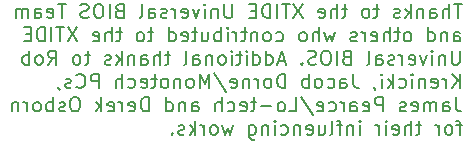
<source format=gbo>
%TF.GenerationSoftware,KiCad,Pcbnew,(5.1.9)-1*%
%TF.CreationDate,2021-10-08T09:35:20+08:00*%
%TF.ProjectId,CFSuperLite,43465375-7065-4724-9c69-74652e6b6963,rev?*%
%TF.SameCoordinates,Original*%
%TF.FileFunction,Legend,Bot*%
%TF.FilePolarity,Positive*%
%FSLAX46Y46*%
G04 Gerber Fmt 4.6, Leading zero omitted, Abs format (unit mm)*
G04 Created by KiCad (PCBNEW (5.1.9)-1) date 2021-10-08 09:35:20*
%MOMM*%
%LPD*%
G01*
G04 APERTURE LIST*
%ADD10C,0.175000*%
G04 APERTURE END LIST*
D10*
X139471964Y-102355357D02*
X138786250Y-102355357D01*
X139129107Y-103555357D02*
X139129107Y-102355357D01*
X138386250Y-103555357D02*
X138386250Y-102355357D01*
X137871964Y-103555357D02*
X137871964Y-102926785D01*
X137929107Y-102812500D01*
X138043392Y-102755357D01*
X138214821Y-102755357D01*
X138329107Y-102812500D01*
X138386250Y-102869642D01*
X136786250Y-103555357D02*
X136786250Y-102926785D01*
X136843392Y-102812500D01*
X136957678Y-102755357D01*
X137186250Y-102755357D01*
X137300535Y-102812500D01*
X136786250Y-103498214D02*
X136900535Y-103555357D01*
X137186250Y-103555357D01*
X137300535Y-103498214D01*
X137357678Y-103383928D01*
X137357678Y-103269642D01*
X137300535Y-103155357D01*
X137186250Y-103098214D01*
X136900535Y-103098214D01*
X136786250Y-103041071D01*
X136214821Y-102755357D02*
X136214821Y-103555357D01*
X136214821Y-102869642D02*
X136157678Y-102812500D01*
X136043392Y-102755357D01*
X135871964Y-102755357D01*
X135757678Y-102812500D01*
X135700535Y-102926785D01*
X135700535Y-103555357D01*
X135129107Y-103555357D02*
X135129107Y-102355357D01*
X135014821Y-103098214D02*
X134671964Y-103555357D01*
X134671964Y-102755357D02*
X135129107Y-103212500D01*
X134214821Y-103498214D02*
X134100535Y-103555357D01*
X133871964Y-103555357D01*
X133757678Y-103498214D01*
X133700535Y-103383928D01*
X133700535Y-103326785D01*
X133757678Y-103212500D01*
X133871964Y-103155357D01*
X134043392Y-103155357D01*
X134157678Y-103098214D01*
X134214821Y-102983928D01*
X134214821Y-102926785D01*
X134157678Y-102812500D01*
X134043392Y-102755357D01*
X133871964Y-102755357D01*
X133757678Y-102812500D01*
X132443392Y-102755357D02*
X131986250Y-102755357D01*
X132271964Y-102355357D02*
X132271964Y-103383928D01*
X132214821Y-103498214D01*
X132100535Y-103555357D01*
X131986250Y-103555357D01*
X131414821Y-103555357D02*
X131529107Y-103498214D01*
X131586250Y-103441071D01*
X131643392Y-103326785D01*
X131643392Y-102983928D01*
X131586250Y-102869642D01*
X131529107Y-102812500D01*
X131414821Y-102755357D01*
X131243392Y-102755357D01*
X131129107Y-102812500D01*
X131071964Y-102869642D01*
X131014821Y-102983928D01*
X131014821Y-103326785D01*
X131071964Y-103441071D01*
X131129107Y-103498214D01*
X131243392Y-103555357D01*
X131414821Y-103555357D01*
X129757678Y-102755357D02*
X129300535Y-102755357D01*
X129586250Y-102355357D02*
X129586250Y-103383928D01*
X129529107Y-103498214D01*
X129414821Y-103555357D01*
X129300535Y-103555357D01*
X128900535Y-103555357D02*
X128900535Y-102355357D01*
X128386250Y-103555357D02*
X128386250Y-102926785D01*
X128443392Y-102812500D01*
X128557678Y-102755357D01*
X128729107Y-102755357D01*
X128843392Y-102812500D01*
X128900535Y-102869642D01*
X127357678Y-103498214D02*
X127471964Y-103555357D01*
X127700535Y-103555357D01*
X127814821Y-103498214D01*
X127871964Y-103383928D01*
X127871964Y-102926785D01*
X127814821Y-102812500D01*
X127700535Y-102755357D01*
X127471964Y-102755357D01*
X127357678Y-102812500D01*
X127300535Y-102926785D01*
X127300535Y-103041071D01*
X127871964Y-103155357D01*
X125986250Y-102355357D02*
X125186250Y-103555357D01*
X125186250Y-102355357D02*
X125986250Y-103555357D01*
X124900535Y-102355357D02*
X124214821Y-102355357D01*
X124557678Y-103555357D02*
X124557678Y-102355357D01*
X123814821Y-103555357D02*
X123814821Y-102355357D01*
X123243392Y-103555357D02*
X123243392Y-102355357D01*
X122957678Y-102355357D01*
X122786250Y-102412500D01*
X122671964Y-102526785D01*
X122614821Y-102641071D01*
X122557678Y-102869642D01*
X122557678Y-103041071D01*
X122614821Y-103269642D01*
X122671964Y-103383928D01*
X122786250Y-103498214D01*
X122957678Y-103555357D01*
X123243392Y-103555357D01*
X122043392Y-102926785D02*
X121643392Y-102926785D01*
X121471964Y-103555357D02*
X122043392Y-103555357D01*
X122043392Y-102355357D01*
X121471964Y-102355357D01*
X120043392Y-102355357D02*
X120043392Y-103326785D01*
X119986250Y-103441071D01*
X119929107Y-103498214D01*
X119814821Y-103555357D01*
X119586250Y-103555357D01*
X119471964Y-103498214D01*
X119414821Y-103441071D01*
X119357678Y-103326785D01*
X119357678Y-102355357D01*
X118786250Y-102755357D02*
X118786250Y-103555357D01*
X118786250Y-102869642D02*
X118729107Y-102812500D01*
X118614821Y-102755357D01*
X118443392Y-102755357D01*
X118329107Y-102812500D01*
X118271964Y-102926785D01*
X118271964Y-103555357D01*
X117700535Y-103555357D02*
X117700535Y-102755357D01*
X117700535Y-102355357D02*
X117757678Y-102412500D01*
X117700535Y-102469642D01*
X117643392Y-102412500D01*
X117700535Y-102355357D01*
X117700535Y-102469642D01*
X117243392Y-102755357D02*
X116957678Y-103555357D01*
X116671964Y-102755357D01*
X115757678Y-103498214D02*
X115871964Y-103555357D01*
X116100535Y-103555357D01*
X116214821Y-103498214D01*
X116271964Y-103383928D01*
X116271964Y-102926785D01*
X116214821Y-102812500D01*
X116100535Y-102755357D01*
X115871964Y-102755357D01*
X115757678Y-102812500D01*
X115700535Y-102926785D01*
X115700535Y-103041071D01*
X116271964Y-103155357D01*
X115186250Y-103555357D02*
X115186250Y-102755357D01*
X115186250Y-102983928D02*
X115129107Y-102869642D01*
X115071964Y-102812500D01*
X114957678Y-102755357D01*
X114843392Y-102755357D01*
X114500535Y-103498214D02*
X114386250Y-103555357D01*
X114157678Y-103555357D01*
X114043392Y-103498214D01*
X113986250Y-103383928D01*
X113986250Y-103326785D01*
X114043392Y-103212500D01*
X114157678Y-103155357D01*
X114329107Y-103155357D01*
X114443392Y-103098214D01*
X114500535Y-102983928D01*
X114500535Y-102926785D01*
X114443392Y-102812500D01*
X114329107Y-102755357D01*
X114157678Y-102755357D01*
X114043392Y-102812500D01*
X112957678Y-103555357D02*
X112957678Y-102926785D01*
X113014821Y-102812500D01*
X113129107Y-102755357D01*
X113357678Y-102755357D01*
X113471964Y-102812500D01*
X112957678Y-103498214D02*
X113071964Y-103555357D01*
X113357678Y-103555357D01*
X113471964Y-103498214D01*
X113529107Y-103383928D01*
X113529107Y-103269642D01*
X113471964Y-103155357D01*
X113357678Y-103098214D01*
X113071964Y-103098214D01*
X112957678Y-103041071D01*
X112214821Y-103555357D02*
X112329107Y-103498214D01*
X112386250Y-103383928D01*
X112386250Y-102355357D01*
X110443392Y-102926785D02*
X110271964Y-102983928D01*
X110214821Y-103041071D01*
X110157678Y-103155357D01*
X110157678Y-103326785D01*
X110214821Y-103441071D01*
X110271964Y-103498214D01*
X110386250Y-103555357D01*
X110843392Y-103555357D01*
X110843392Y-102355357D01*
X110443392Y-102355357D01*
X110329107Y-102412500D01*
X110271964Y-102469642D01*
X110214821Y-102583928D01*
X110214821Y-102698214D01*
X110271964Y-102812500D01*
X110329107Y-102869642D01*
X110443392Y-102926785D01*
X110843392Y-102926785D01*
X109643392Y-103555357D02*
X109643392Y-102355357D01*
X108843392Y-102355357D02*
X108614821Y-102355357D01*
X108500535Y-102412500D01*
X108386250Y-102526785D01*
X108329107Y-102755357D01*
X108329107Y-103155357D01*
X108386250Y-103383928D01*
X108500535Y-103498214D01*
X108614821Y-103555357D01*
X108843392Y-103555357D01*
X108957678Y-103498214D01*
X109071964Y-103383928D01*
X109129107Y-103155357D01*
X109129107Y-102755357D01*
X109071964Y-102526785D01*
X108957678Y-102412500D01*
X108843392Y-102355357D01*
X107871964Y-103498214D02*
X107700535Y-103555357D01*
X107414821Y-103555357D01*
X107300535Y-103498214D01*
X107243392Y-103441071D01*
X107186250Y-103326785D01*
X107186250Y-103212500D01*
X107243392Y-103098214D01*
X107300535Y-103041071D01*
X107414821Y-102983928D01*
X107643392Y-102926785D01*
X107757678Y-102869642D01*
X107814821Y-102812500D01*
X107871964Y-102698214D01*
X107871964Y-102583928D01*
X107814821Y-102469642D01*
X107757678Y-102412500D01*
X107643392Y-102355357D01*
X107357678Y-102355357D01*
X107186250Y-102412500D01*
X105929107Y-102355357D02*
X105243392Y-102355357D01*
X105586250Y-103555357D02*
X105586250Y-102355357D01*
X104386250Y-103498214D02*
X104500535Y-103555357D01*
X104729107Y-103555357D01*
X104843392Y-103498214D01*
X104900535Y-103383928D01*
X104900535Y-102926785D01*
X104843392Y-102812500D01*
X104729107Y-102755357D01*
X104500535Y-102755357D01*
X104386250Y-102812500D01*
X104329107Y-102926785D01*
X104329107Y-103041071D01*
X104900535Y-103155357D01*
X103300535Y-103555357D02*
X103300535Y-102926785D01*
X103357678Y-102812500D01*
X103471964Y-102755357D01*
X103700535Y-102755357D01*
X103814821Y-102812500D01*
X103300535Y-103498214D02*
X103414821Y-103555357D01*
X103700535Y-103555357D01*
X103814821Y-103498214D01*
X103871964Y-103383928D01*
X103871964Y-103269642D01*
X103814821Y-103155357D01*
X103700535Y-103098214D01*
X103414821Y-103098214D01*
X103300535Y-103041071D01*
X102729107Y-103555357D02*
X102729107Y-102755357D01*
X102729107Y-102869642D02*
X102671964Y-102812500D01*
X102557678Y-102755357D01*
X102386250Y-102755357D01*
X102271964Y-102812500D01*
X102214821Y-102926785D01*
X102214821Y-103555357D01*
X102214821Y-102926785D02*
X102157678Y-102812500D01*
X102043392Y-102755357D01*
X101871964Y-102755357D01*
X101757678Y-102812500D01*
X101700535Y-102926785D01*
X101700535Y-103555357D01*
X138786250Y-105530357D02*
X138786250Y-104901785D01*
X138843392Y-104787500D01*
X138957678Y-104730357D01*
X139186250Y-104730357D01*
X139300535Y-104787500D01*
X138786250Y-105473214D02*
X138900535Y-105530357D01*
X139186250Y-105530357D01*
X139300535Y-105473214D01*
X139357678Y-105358928D01*
X139357678Y-105244642D01*
X139300535Y-105130357D01*
X139186250Y-105073214D01*
X138900535Y-105073214D01*
X138786250Y-105016071D01*
X138214821Y-104730357D02*
X138214821Y-105530357D01*
X138214821Y-104844642D02*
X138157678Y-104787500D01*
X138043392Y-104730357D01*
X137871964Y-104730357D01*
X137757678Y-104787500D01*
X137700535Y-104901785D01*
X137700535Y-105530357D01*
X136614821Y-105530357D02*
X136614821Y-104330357D01*
X136614821Y-105473214D02*
X136729107Y-105530357D01*
X136957678Y-105530357D01*
X137071964Y-105473214D01*
X137129107Y-105416071D01*
X137186250Y-105301785D01*
X137186250Y-104958928D01*
X137129107Y-104844642D01*
X137071964Y-104787500D01*
X136957678Y-104730357D01*
X136729107Y-104730357D01*
X136614821Y-104787500D01*
X134957678Y-105530357D02*
X135071964Y-105473214D01*
X135129107Y-105416071D01*
X135186250Y-105301785D01*
X135186250Y-104958928D01*
X135129107Y-104844642D01*
X135071964Y-104787500D01*
X134957678Y-104730357D01*
X134786250Y-104730357D01*
X134671964Y-104787500D01*
X134614821Y-104844642D01*
X134557678Y-104958928D01*
X134557678Y-105301785D01*
X134614821Y-105416071D01*
X134671964Y-105473214D01*
X134786250Y-105530357D01*
X134957678Y-105530357D01*
X134214821Y-104730357D02*
X133757678Y-104730357D01*
X134043392Y-104330357D02*
X134043392Y-105358928D01*
X133986250Y-105473214D01*
X133871964Y-105530357D01*
X133757678Y-105530357D01*
X133357678Y-105530357D02*
X133357678Y-104330357D01*
X132843392Y-105530357D02*
X132843392Y-104901785D01*
X132900535Y-104787500D01*
X133014821Y-104730357D01*
X133186250Y-104730357D01*
X133300535Y-104787500D01*
X133357678Y-104844642D01*
X131814821Y-105473214D02*
X131929107Y-105530357D01*
X132157678Y-105530357D01*
X132271964Y-105473214D01*
X132329107Y-105358928D01*
X132329107Y-104901785D01*
X132271964Y-104787500D01*
X132157678Y-104730357D01*
X131929107Y-104730357D01*
X131814821Y-104787500D01*
X131757678Y-104901785D01*
X131757678Y-105016071D01*
X132329107Y-105130357D01*
X131243392Y-105530357D02*
X131243392Y-104730357D01*
X131243392Y-104958928D02*
X131186250Y-104844642D01*
X131129107Y-104787500D01*
X131014821Y-104730357D01*
X130900535Y-104730357D01*
X130557678Y-105473214D02*
X130443392Y-105530357D01*
X130214821Y-105530357D01*
X130100535Y-105473214D01*
X130043392Y-105358928D01*
X130043392Y-105301785D01*
X130100535Y-105187500D01*
X130214821Y-105130357D01*
X130386250Y-105130357D01*
X130500535Y-105073214D01*
X130557678Y-104958928D01*
X130557678Y-104901785D01*
X130500535Y-104787500D01*
X130386250Y-104730357D01*
X130214821Y-104730357D01*
X130100535Y-104787500D01*
X128729107Y-104730357D02*
X128500535Y-105530357D01*
X128271964Y-104958928D01*
X128043392Y-105530357D01*
X127814821Y-104730357D01*
X127357678Y-105530357D02*
X127357678Y-104330357D01*
X126843392Y-105530357D02*
X126843392Y-104901785D01*
X126900535Y-104787500D01*
X127014821Y-104730357D01*
X127186250Y-104730357D01*
X127300535Y-104787500D01*
X127357678Y-104844642D01*
X126100535Y-105530357D02*
X126214821Y-105473214D01*
X126271964Y-105416071D01*
X126329107Y-105301785D01*
X126329107Y-104958928D01*
X126271964Y-104844642D01*
X126214821Y-104787500D01*
X126100535Y-104730357D01*
X125929107Y-104730357D01*
X125814821Y-104787500D01*
X125757678Y-104844642D01*
X125700535Y-104958928D01*
X125700535Y-105301785D01*
X125757678Y-105416071D01*
X125814821Y-105473214D01*
X125929107Y-105530357D01*
X126100535Y-105530357D01*
X123757678Y-105473214D02*
X123871964Y-105530357D01*
X124100535Y-105530357D01*
X124214821Y-105473214D01*
X124271964Y-105416071D01*
X124329107Y-105301785D01*
X124329107Y-104958928D01*
X124271964Y-104844642D01*
X124214821Y-104787500D01*
X124100535Y-104730357D01*
X123871964Y-104730357D01*
X123757678Y-104787500D01*
X123071964Y-105530357D02*
X123186250Y-105473214D01*
X123243392Y-105416071D01*
X123300535Y-105301785D01*
X123300535Y-104958928D01*
X123243392Y-104844642D01*
X123186250Y-104787500D01*
X123071964Y-104730357D01*
X122900535Y-104730357D01*
X122786250Y-104787500D01*
X122729107Y-104844642D01*
X122671964Y-104958928D01*
X122671964Y-105301785D01*
X122729107Y-105416071D01*
X122786250Y-105473214D01*
X122900535Y-105530357D01*
X123071964Y-105530357D01*
X122157678Y-104730357D02*
X122157678Y-105530357D01*
X122157678Y-104844642D02*
X122100535Y-104787500D01*
X121986250Y-104730357D01*
X121814821Y-104730357D01*
X121700535Y-104787500D01*
X121643392Y-104901785D01*
X121643392Y-105530357D01*
X121243392Y-104730357D02*
X120786250Y-104730357D01*
X121071964Y-104330357D02*
X121071964Y-105358928D01*
X121014821Y-105473214D01*
X120900535Y-105530357D01*
X120786250Y-105530357D01*
X120386250Y-105530357D02*
X120386250Y-104730357D01*
X120386250Y-104958928D02*
X120329107Y-104844642D01*
X120271964Y-104787500D01*
X120157678Y-104730357D01*
X120043392Y-104730357D01*
X119643392Y-105530357D02*
X119643392Y-104730357D01*
X119643392Y-104330357D02*
X119700535Y-104387500D01*
X119643392Y-104444642D01*
X119586250Y-104387500D01*
X119643392Y-104330357D01*
X119643392Y-104444642D01*
X119071964Y-105530357D02*
X119071964Y-104330357D01*
X119071964Y-104787500D02*
X118957678Y-104730357D01*
X118729107Y-104730357D01*
X118614821Y-104787500D01*
X118557678Y-104844642D01*
X118500535Y-104958928D01*
X118500535Y-105301785D01*
X118557678Y-105416071D01*
X118614821Y-105473214D01*
X118729107Y-105530357D01*
X118957678Y-105530357D01*
X119071964Y-105473214D01*
X117471964Y-104730357D02*
X117471964Y-105530357D01*
X117986250Y-104730357D02*
X117986250Y-105358928D01*
X117929107Y-105473214D01*
X117814821Y-105530357D01*
X117643392Y-105530357D01*
X117529107Y-105473214D01*
X117471964Y-105416071D01*
X117071964Y-104730357D02*
X116614821Y-104730357D01*
X116900535Y-104330357D02*
X116900535Y-105358928D01*
X116843392Y-105473214D01*
X116729107Y-105530357D01*
X116614821Y-105530357D01*
X115757678Y-105473214D02*
X115871964Y-105530357D01*
X116100535Y-105530357D01*
X116214821Y-105473214D01*
X116271964Y-105358928D01*
X116271964Y-104901785D01*
X116214821Y-104787500D01*
X116100535Y-104730357D01*
X115871964Y-104730357D01*
X115757678Y-104787500D01*
X115700535Y-104901785D01*
X115700535Y-105016071D01*
X116271964Y-105130357D01*
X114671964Y-105530357D02*
X114671964Y-104330357D01*
X114671964Y-105473214D02*
X114786250Y-105530357D01*
X115014821Y-105530357D01*
X115129107Y-105473214D01*
X115186250Y-105416071D01*
X115243392Y-105301785D01*
X115243392Y-104958928D01*
X115186250Y-104844642D01*
X115129107Y-104787500D01*
X115014821Y-104730357D01*
X114786250Y-104730357D01*
X114671964Y-104787500D01*
X113357678Y-104730357D02*
X112900535Y-104730357D01*
X113186250Y-104330357D02*
X113186250Y-105358928D01*
X113129107Y-105473214D01*
X113014821Y-105530357D01*
X112900535Y-105530357D01*
X112329107Y-105530357D02*
X112443392Y-105473214D01*
X112500535Y-105416071D01*
X112557678Y-105301785D01*
X112557678Y-104958928D01*
X112500535Y-104844642D01*
X112443392Y-104787500D01*
X112329107Y-104730357D01*
X112157678Y-104730357D01*
X112043392Y-104787500D01*
X111986250Y-104844642D01*
X111929107Y-104958928D01*
X111929107Y-105301785D01*
X111986250Y-105416071D01*
X112043392Y-105473214D01*
X112157678Y-105530357D01*
X112329107Y-105530357D01*
X110671964Y-104730357D02*
X110214821Y-104730357D01*
X110500535Y-104330357D02*
X110500535Y-105358928D01*
X110443392Y-105473214D01*
X110329107Y-105530357D01*
X110214821Y-105530357D01*
X109814821Y-105530357D02*
X109814821Y-104330357D01*
X109300535Y-105530357D02*
X109300535Y-104901785D01*
X109357678Y-104787500D01*
X109471964Y-104730357D01*
X109643392Y-104730357D01*
X109757678Y-104787500D01*
X109814821Y-104844642D01*
X108271964Y-105473214D02*
X108386250Y-105530357D01*
X108614821Y-105530357D01*
X108729107Y-105473214D01*
X108786250Y-105358928D01*
X108786250Y-104901785D01*
X108729107Y-104787500D01*
X108614821Y-104730357D01*
X108386250Y-104730357D01*
X108271964Y-104787500D01*
X108214821Y-104901785D01*
X108214821Y-105016071D01*
X108786250Y-105130357D01*
X106900535Y-104330357D02*
X106100535Y-105530357D01*
X106100535Y-104330357D02*
X106900535Y-105530357D01*
X105814821Y-104330357D02*
X105129107Y-104330357D01*
X105471964Y-105530357D02*
X105471964Y-104330357D01*
X104729107Y-105530357D02*
X104729107Y-104330357D01*
X104157678Y-105530357D02*
X104157678Y-104330357D01*
X103871964Y-104330357D01*
X103700535Y-104387500D01*
X103586250Y-104501785D01*
X103529107Y-104616071D01*
X103471964Y-104844642D01*
X103471964Y-105016071D01*
X103529107Y-105244642D01*
X103586250Y-105358928D01*
X103700535Y-105473214D01*
X103871964Y-105530357D01*
X104157678Y-105530357D01*
X102957678Y-104901785D02*
X102557678Y-104901785D01*
X102386250Y-105530357D02*
X102957678Y-105530357D01*
X102957678Y-104330357D01*
X102386250Y-104330357D01*
X139300535Y-106305357D02*
X139300535Y-107276785D01*
X139243392Y-107391071D01*
X139186250Y-107448214D01*
X139071964Y-107505357D01*
X138843392Y-107505357D01*
X138729107Y-107448214D01*
X138671964Y-107391071D01*
X138614821Y-107276785D01*
X138614821Y-106305357D01*
X138043392Y-106705357D02*
X138043392Y-107505357D01*
X138043392Y-106819642D02*
X137986250Y-106762500D01*
X137871964Y-106705357D01*
X137700535Y-106705357D01*
X137586250Y-106762500D01*
X137529107Y-106876785D01*
X137529107Y-107505357D01*
X136957678Y-107505357D02*
X136957678Y-106705357D01*
X136957678Y-106305357D02*
X137014821Y-106362500D01*
X136957678Y-106419642D01*
X136900535Y-106362500D01*
X136957678Y-106305357D01*
X136957678Y-106419642D01*
X136500535Y-106705357D02*
X136214821Y-107505357D01*
X135929107Y-106705357D01*
X135014821Y-107448214D02*
X135129107Y-107505357D01*
X135357678Y-107505357D01*
X135471964Y-107448214D01*
X135529107Y-107333928D01*
X135529107Y-106876785D01*
X135471964Y-106762500D01*
X135357678Y-106705357D01*
X135129107Y-106705357D01*
X135014821Y-106762500D01*
X134957678Y-106876785D01*
X134957678Y-106991071D01*
X135529107Y-107105357D01*
X134443392Y-107505357D02*
X134443392Y-106705357D01*
X134443392Y-106933928D02*
X134386250Y-106819642D01*
X134329107Y-106762500D01*
X134214821Y-106705357D01*
X134100535Y-106705357D01*
X133757678Y-107448214D02*
X133643392Y-107505357D01*
X133414821Y-107505357D01*
X133300535Y-107448214D01*
X133243392Y-107333928D01*
X133243392Y-107276785D01*
X133300535Y-107162500D01*
X133414821Y-107105357D01*
X133586250Y-107105357D01*
X133700535Y-107048214D01*
X133757678Y-106933928D01*
X133757678Y-106876785D01*
X133700535Y-106762500D01*
X133586250Y-106705357D01*
X133414821Y-106705357D01*
X133300535Y-106762500D01*
X132214821Y-107505357D02*
X132214821Y-106876785D01*
X132271964Y-106762500D01*
X132386250Y-106705357D01*
X132614821Y-106705357D01*
X132729107Y-106762500D01*
X132214821Y-107448214D02*
X132329107Y-107505357D01*
X132614821Y-107505357D01*
X132729107Y-107448214D01*
X132786250Y-107333928D01*
X132786250Y-107219642D01*
X132729107Y-107105357D01*
X132614821Y-107048214D01*
X132329107Y-107048214D01*
X132214821Y-106991071D01*
X131471964Y-107505357D02*
X131586250Y-107448214D01*
X131643392Y-107333928D01*
X131643392Y-106305357D01*
X129700535Y-106876785D02*
X129529107Y-106933928D01*
X129471964Y-106991071D01*
X129414821Y-107105357D01*
X129414821Y-107276785D01*
X129471964Y-107391071D01*
X129529107Y-107448214D01*
X129643392Y-107505357D01*
X130100535Y-107505357D01*
X130100535Y-106305357D01*
X129700535Y-106305357D01*
X129586250Y-106362500D01*
X129529107Y-106419642D01*
X129471964Y-106533928D01*
X129471964Y-106648214D01*
X129529107Y-106762500D01*
X129586250Y-106819642D01*
X129700535Y-106876785D01*
X130100535Y-106876785D01*
X128900535Y-107505357D02*
X128900535Y-106305357D01*
X128100535Y-106305357D02*
X127871964Y-106305357D01*
X127757678Y-106362500D01*
X127643392Y-106476785D01*
X127586250Y-106705357D01*
X127586250Y-107105357D01*
X127643392Y-107333928D01*
X127757678Y-107448214D01*
X127871964Y-107505357D01*
X128100535Y-107505357D01*
X128214821Y-107448214D01*
X128329107Y-107333928D01*
X128386250Y-107105357D01*
X128386250Y-106705357D01*
X128329107Y-106476785D01*
X128214821Y-106362500D01*
X128100535Y-106305357D01*
X127129107Y-107448214D02*
X126957678Y-107505357D01*
X126671964Y-107505357D01*
X126557678Y-107448214D01*
X126500535Y-107391071D01*
X126443392Y-107276785D01*
X126443392Y-107162500D01*
X126500535Y-107048214D01*
X126557678Y-106991071D01*
X126671964Y-106933928D01*
X126900535Y-106876785D01*
X127014821Y-106819642D01*
X127071964Y-106762500D01*
X127129107Y-106648214D01*
X127129107Y-106533928D01*
X127071964Y-106419642D01*
X127014821Y-106362500D01*
X126900535Y-106305357D01*
X126614821Y-106305357D01*
X126443392Y-106362500D01*
X125929107Y-107391071D02*
X125871964Y-107448214D01*
X125929107Y-107505357D01*
X125986250Y-107448214D01*
X125929107Y-107391071D01*
X125929107Y-107505357D01*
X124500535Y-107162500D02*
X123929107Y-107162500D01*
X124614821Y-107505357D02*
X124214821Y-106305357D01*
X123814821Y-107505357D01*
X122900535Y-107505357D02*
X122900535Y-106305357D01*
X122900535Y-107448214D02*
X123014821Y-107505357D01*
X123243392Y-107505357D01*
X123357678Y-107448214D01*
X123414821Y-107391071D01*
X123471964Y-107276785D01*
X123471964Y-106933928D01*
X123414821Y-106819642D01*
X123357678Y-106762500D01*
X123243392Y-106705357D01*
X123014821Y-106705357D01*
X122900535Y-106762500D01*
X121814821Y-107505357D02*
X121814821Y-106305357D01*
X121814821Y-107448214D02*
X121929107Y-107505357D01*
X122157678Y-107505357D01*
X122271964Y-107448214D01*
X122329107Y-107391071D01*
X122386250Y-107276785D01*
X122386250Y-106933928D01*
X122329107Y-106819642D01*
X122271964Y-106762500D01*
X122157678Y-106705357D01*
X121929107Y-106705357D01*
X121814821Y-106762500D01*
X121243392Y-107505357D02*
X121243392Y-106705357D01*
X121243392Y-106305357D02*
X121300535Y-106362500D01*
X121243392Y-106419642D01*
X121186250Y-106362500D01*
X121243392Y-106305357D01*
X121243392Y-106419642D01*
X120843392Y-106705357D02*
X120386250Y-106705357D01*
X120671964Y-106305357D02*
X120671964Y-107333928D01*
X120614821Y-107448214D01*
X120500535Y-107505357D01*
X120386250Y-107505357D01*
X119986250Y-107505357D02*
X119986250Y-106705357D01*
X119986250Y-106305357D02*
X120043392Y-106362500D01*
X119986250Y-106419642D01*
X119929107Y-106362500D01*
X119986250Y-106305357D01*
X119986250Y-106419642D01*
X119243392Y-107505357D02*
X119357678Y-107448214D01*
X119414821Y-107391071D01*
X119471964Y-107276785D01*
X119471964Y-106933928D01*
X119414821Y-106819642D01*
X119357678Y-106762500D01*
X119243392Y-106705357D01*
X119071964Y-106705357D01*
X118957678Y-106762500D01*
X118900535Y-106819642D01*
X118843392Y-106933928D01*
X118843392Y-107276785D01*
X118900535Y-107391071D01*
X118957678Y-107448214D01*
X119071964Y-107505357D01*
X119243392Y-107505357D01*
X118329107Y-106705357D02*
X118329107Y-107505357D01*
X118329107Y-106819642D02*
X118271964Y-106762500D01*
X118157678Y-106705357D01*
X117986250Y-106705357D01*
X117871964Y-106762500D01*
X117814821Y-106876785D01*
X117814821Y-107505357D01*
X116729107Y-107505357D02*
X116729107Y-106876785D01*
X116786250Y-106762500D01*
X116900535Y-106705357D01*
X117129107Y-106705357D01*
X117243392Y-106762500D01*
X116729107Y-107448214D02*
X116843392Y-107505357D01*
X117129107Y-107505357D01*
X117243392Y-107448214D01*
X117300535Y-107333928D01*
X117300535Y-107219642D01*
X117243392Y-107105357D01*
X117129107Y-107048214D01*
X116843392Y-107048214D01*
X116729107Y-106991071D01*
X115986250Y-107505357D02*
X116100535Y-107448214D01*
X116157678Y-107333928D01*
X116157678Y-106305357D01*
X114786250Y-106705357D02*
X114329107Y-106705357D01*
X114614821Y-106305357D02*
X114614821Y-107333928D01*
X114557678Y-107448214D01*
X114443392Y-107505357D01*
X114329107Y-107505357D01*
X113929107Y-107505357D02*
X113929107Y-106305357D01*
X113414821Y-107505357D02*
X113414821Y-106876785D01*
X113471964Y-106762500D01*
X113586250Y-106705357D01*
X113757678Y-106705357D01*
X113871964Y-106762500D01*
X113929107Y-106819642D01*
X112329107Y-107505357D02*
X112329107Y-106876785D01*
X112386250Y-106762500D01*
X112500535Y-106705357D01*
X112729107Y-106705357D01*
X112843392Y-106762500D01*
X112329107Y-107448214D02*
X112443392Y-107505357D01*
X112729107Y-107505357D01*
X112843392Y-107448214D01*
X112900535Y-107333928D01*
X112900535Y-107219642D01*
X112843392Y-107105357D01*
X112729107Y-107048214D01*
X112443392Y-107048214D01*
X112329107Y-106991071D01*
X111757678Y-106705357D02*
X111757678Y-107505357D01*
X111757678Y-106819642D02*
X111700535Y-106762500D01*
X111586250Y-106705357D01*
X111414821Y-106705357D01*
X111300535Y-106762500D01*
X111243392Y-106876785D01*
X111243392Y-107505357D01*
X110671964Y-107505357D02*
X110671964Y-106305357D01*
X110557678Y-107048214D02*
X110214821Y-107505357D01*
X110214821Y-106705357D02*
X110671964Y-107162500D01*
X109757678Y-107448214D02*
X109643392Y-107505357D01*
X109414821Y-107505357D01*
X109300535Y-107448214D01*
X109243392Y-107333928D01*
X109243392Y-107276785D01*
X109300535Y-107162500D01*
X109414821Y-107105357D01*
X109586250Y-107105357D01*
X109700535Y-107048214D01*
X109757678Y-106933928D01*
X109757678Y-106876785D01*
X109700535Y-106762500D01*
X109586250Y-106705357D01*
X109414821Y-106705357D01*
X109300535Y-106762500D01*
X107986250Y-106705357D02*
X107529107Y-106705357D01*
X107814821Y-106305357D02*
X107814821Y-107333928D01*
X107757678Y-107448214D01*
X107643392Y-107505357D01*
X107529107Y-107505357D01*
X106957678Y-107505357D02*
X107071964Y-107448214D01*
X107129107Y-107391071D01*
X107186250Y-107276785D01*
X107186250Y-106933928D01*
X107129107Y-106819642D01*
X107071964Y-106762500D01*
X106957678Y-106705357D01*
X106786250Y-106705357D01*
X106671964Y-106762500D01*
X106614821Y-106819642D01*
X106557678Y-106933928D01*
X106557678Y-107276785D01*
X106614821Y-107391071D01*
X106671964Y-107448214D01*
X106786250Y-107505357D01*
X106957678Y-107505357D01*
X104443392Y-107505357D02*
X104843392Y-106933928D01*
X105129107Y-107505357D02*
X105129107Y-106305357D01*
X104671964Y-106305357D01*
X104557678Y-106362500D01*
X104500535Y-106419642D01*
X104443392Y-106533928D01*
X104443392Y-106705357D01*
X104500535Y-106819642D01*
X104557678Y-106876785D01*
X104671964Y-106933928D01*
X105129107Y-106933928D01*
X103757678Y-107505357D02*
X103871964Y-107448214D01*
X103929107Y-107391071D01*
X103986250Y-107276785D01*
X103986250Y-106933928D01*
X103929107Y-106819642D01*
X103871964Y-106762500D01*
X103757678Y-106705357D01*
X103586250Y-106705357D01*
X103471964Y-106762500D01*
X103414821Y-106819642D01*
X103357678Y-106933928D01*
X103357678Y-107276785D01*
X103414821Y-107391071D01*
X103471964Y-107448214D01*
X103586250Y-107505357D01*
X103757678Y-107505357D01*
X102843392Y-107505357D02*
X102843392Y-106305357D01*
X102843392Y-106762500D02*
X102729107Y-106705357D01*
X102500535Y-106705357D01*
X102386250Y-106762500D01*
X102329107Y-106819642D01*
X102271964Y-106933928D01*
X102271964Y-107276785D01*
X102329107Y-107391071D01*
X102386250Y-107448214D01*
X102500535Y-107505357D01*
X102729107Y-107505357D01*
X102843392Y-107448214D01*
X139300535Y-109480357D02*
X139300535Y-108280357D01*
X138614821Y-109480357D02*
X139129107Y-108794642D01*
X138614821Y-108280357D02*
X139300535Y-108966071D01*
X138100535Y-109480357D02*
X138100535Y-108680357D01*
X138100535Y-108908928D02*
X138043392Y-108794642D01*
X137986250Y-108737500D01*
X137871964Y-108680357D01*
X137757678Y-108680357D01*
X136900535Y-109423214D02*
X137014821Y-109480357D01*
X137243392Y-109480357D01*
X137357678Y-109423214D01*
X137414821Y-109308928D01*
X137414821Y-108851785D01*
X137357678Y-108737500D01*
X137243392Y-108680357D01*
X137014821Y-108680357D01*
X136900535Y-108737500D01*
X136843392Y-108851785D01*
X136843392Y-108966071D01*
X137414821Y-109080357D01*
X136329107Y-108680357D02*
X136329107Y-109480357D01*
X136329107Y-108794642D02*
X136271964Y-108737500D01*
X136157678Y-108680357D01*
X135986250Y-108680357D01*
X135871964Y-108737500D01*
X135814821Y-108851785D01*
X135814821Y-109480357D01*
X135243392Y-109480357D02*
X135243392Y-108680357D01*
X135243392Y-108280357D02*
X135300535Y-108337500D01*
X135243392Y-108394642D01*
X135186250Y-108337500D01*
X135243392Y-108280357D01*
X135243392Y-108394642D01*
X134157678Y-109423214D02*
X134271964Y-109480357D01*
X134500535Y-109480357D01*
X134614821Y-109423214D01*
X134671964Y-109366071D01*
X134729107Y-109251785D01*
X134729107Y-108908928D01*
X134671964Y-108794642D01*
X134614821Y-108737500D01*
X134500535Y-108680357D01*
X134271964Y-108680357D01*
X134157678Y-108737500D01*
X133643392Y-109480357D02*
X133643392Y-108280357D01*
X133529107Y-109023214D02*
X133186250Y-109480357D01*
X133186250Y-108680357D02*
X133643392Y-109137500D01*
X132671964Y-109480357D02*
X132671964Y-108680357D01*
X132671964Y-108280357D02*
X132729107Y-108337500D01*
X132671964Y-108394642D01*
X132614821Y-108337500D01*
X132671964Y-108280357D01*
X132671964Y-108394642D01*
X132043392Y-109423214D02*
X132043392Y-109480357D01*
X132100535Y-109594642D01*
X132157678Y-109651785D01*
X130271964Y-108280357D02*
X130271964Y-109137500D01*
X130329107Y-109308928D01*
X130443392Y-109423214D01*
X130614821Y-109480357D01*
X130729107Y-109480357D01*
X129186250Y-109480357D02*
X129186250Y-108851785D01*
X129243392Y-108737500D01*
X129357678Y-108680357D01*
X129586250Y-108680357D01*
X129700535Y-108737500D01*
X129186250Y-109423214D02*
X129300535Y-109480357D01*
X129586250Y-109480357D01*
X129700535Y-109423214D01*
X129757678Y-109308928D01*
X129757678Y-109194642D01*
X129700535Y-109080357D01*
X129586250Y-109023214D01*
X129300535Y-109023214D01*
X129186250Y-108966071D01*
X128100535Y-109423214D02*
X128214821Y-109480357D01*
X128443392Y-109480357D01*
X128557678Y-109423214D01*
X128614821Y-109366071D01*
X128671964Y-109251785D01*
X128671964Y-108908928D01*
X128614821Y-108794642D01*
X128557678Y-108737500D01*
X128443392Y-108680357D01*
X128214821Y-108680357D01*
X128100535Y-108737500D01*
X127414821Y-109480357D02*
X127529107Y-109423214D01*
X127586250Y-109366071D01*
X127643392Y-109251785D01*
X127643392Y-108908928D01*
X127586250Y-108794642D01*
X127529107Y-108737500D01*
X127414821Y-108680357D01*
X127243392Y-108680357D01*
X127129107Y-108737500D01*
X127071964Y-108794642D01*
X127014821Y-108908928D01*
X127014821Y-109251785D01*
X127071964Y-109366071D01*
X127129107Y-109423214D01*
X127243392Y-109480357D01*
X127414821Y-109480357D01*
X126500535Y-109480357D02*
X126500535Y-108280357D01*
X126500535Y-108737500D02*
X126386250Y-108680357D01*
X126157678Y-108680357D01*
X126043392Y-108737500D01*
X125986250Y-108794642D01*
X125929107Y-108908928D01*
X125929107Y-109251785D01*
X125986250Y-109366071D01*
X126043392Y-109423214D01*
X126157678Y-109480357D01*
X126386250Y-109480357D01*
X126500535Y-109423214D01*
X124500535Y-109480357D02*
X124500535Y-108280357D01*
X124214821Y-108280357D01*
X124043392Y-108337500D01*
X123929107Y-108451785D01*
X123871964Y-108566071D01*
X123814821Y-108794642D01*
X123814821Y-108966071D01*
X123871964Y-109194642D01*
X123929107Y-109308928D01*
X124043392Y-109423214D01*
X124214821Y-109480357D01*
X124500535Y-109480357D01*
X123129107Y-109480357D02*
X123243392Y-109423214D01*
X123300535Y-109366071D01*
X123357678Y-109251785D01*
X123357678Y-108908928D01*
X123300535Y-108794642D01*
X123243392Y-108737500D01*
X123129107Y-108680357D01*
X122957678Y-108680357D01*
X122843392Y-108737500D01*
X122786250Y-108794642D01*
X122729107Y-108908928D01*
X122729107Y-109251785D01*
X122786250Y-109366071D01*
X122843392Y-109423214D01*
X122957678Y-109480357D01*
X123129107Y-109480357D01*
X122214821Y-109480357D02*
X122214821Y-108680357D01*
X122214821Y-108908928D02*
X122157678Y-108794642D01*
X122100535Y-108737500D01*
X121986250Y-108680357D01*
X121871964Y-108680357D01*
X121471964Y-108680357D02*
X121471964Y-109480357D01*
X121471964Y-108794642D02*
X121414821Y-108737500D01*
X121300535Y-108680357D01*
X121129107Y-108680357D01*
X121014821Y-108737500D01*
X120957678Y-108851785D01*
X120957678Y-109480357D01*
X119929107Y-109423214D02*
X120043392Y-109480357D01*
X120271964Y-109480357D01*
X120386250Y-109423214D01*
X120443392Y-109308928D01*
X120443392Y-108851785D01*
X120386250Y-108737500D01*
X120271964Y-108680357D01*
X120043392Y-108680357D01*
X119929107Y-108737500D01*
X119871964Y-108851785D01*
X119871964Y-108966071D01*
X120443392Y-109080357D01*
X118500535Y-108223214D02*
X119529107Y-109766071D01*
X118100535Y-109480357D02*
X118100535Y-108280357D01*
X117700535Y-109137500D01*
X117300535Y-108280357D01*
X117300535Y-109480357D01*
X116557678Y-109480357D02*
X116671964Y-109423214D01*
X116729107Y-109366071D01*
X116786250Y-109251785D01*
X116786250Y-108908928D01*
X116729107Y-108794642D01*
X116671964Y-108737500D01*
X116557678Y-108680357D01*
X116386250Y-108680357D01*
X116271964Y-108737500D01*
X116214821Y-108794642D01*
X116157678Y-108908928D01*
X116157678Y-109251785D01*
X116214821Y-109366071D01*
X116271964Y-109423214D01*
X116386250Y-109480357D01*
X116557678Y-109480357D01*
X115643392Y-108680357D02*
X115643392Y-109480357D01*
X115643392Y-108794642D02*
X115586250Y-108737500D01*
X115471964Y-108680357D01*
X115300535Y-108680357D01*
X115186250Y-108737500D01*
X115129107Y-108851785D01*
X115129107Y-109480357D01*
X114386250Y-109480357D02*
X114500535Y-109423214D01*
X114557678Y-109366071D01*
X114614821Y-109251785D01*
X114614821Y-108908928D01*
X114557678Y-108794642D01*
X114500535Y-108737500D01*
X114386250Y-108680357D01*
X114214821Y-108680357D01*
X114100535Y-108737500D01*
X114043392Y-108794642D01*
X113986250Y-108908928D01*
X113986250Y-109251785D01*
X114043392Y-109366071D01*
X114100535Y-109423214D01*
X114214821Y-109480357D01*
X114386250Y-109480357D01*
X113643392Y-108680357D02*
X113186250Y-108680357D01*
X113471964Y-108280357D02*
X113471964Y-109308928D01*
X113414821Y-109423214D01*
X113300535Y-109480357D01*
X113186250Y-109480357D01*
X112329107Y-109423214D02*
X112443392Y-109480357D01*
X112671964Y-109480357D01*
X112786250Y-109423214D01*
X112843392Y-109308928D01*
X112843392Y-108851785D01*
X112786250Y-108737500D01*
X112671964Y-108680357D01*
X112443392Y-108680357D01*
X112329107Y-108737500D01*
X112271964Y-108851785D01*
X112271964Y-108966071D01*
X112843392Y-109080357D01*
X111243392Y-109423214D02*
X111357678Y-109480357D01*
X111586250Y-109480357D01*
X111700535Y-109423214D01*
X111757678Y-109366071D01*
X111814821Y-109251785D01*
X111814821Y-108908928D01*
X111757678Y-108794642D01*
X111700535Y-108737500D01*
X111586250Y-108680357D01*
X111357678Y-108680357D01*
X111243392Y-108737500D01*
X110729107Y-109480357D02*
X110729107Y-108280357D01*
X110214821Y-109480357D02*
X110214821Y-108851785D01*
X110271964Y-108737500D01*
X110386250Y-108680357D01*
X110557678Y-108680357D01*
X110671964Y-108737500D01*
X110729107Y-108794642D01*
X108729107Y-109480357D02*
X108729107Y-108280357D01*
X108271964Y-108280357D01*
X108157678Y-108337500D01*
X108100535Y-108394642D01*
X108043392Y-108508928D01*
X108043392Y-108680357D01*
X108100535Y-108794642D01*
X108157678Y-108851785D01*
X108271964Y-108908928D01*
X108729107Y-108908928D01*
X106843392Y-109366071D02*
X106900535Y-109423214D01*
X107071964Y-109480357D01*
X107186250Y-109480357D01*
X107357678Y-109423214D01*
X107471964Y-109308928D01*
X107529107Y-109194642D01*
X107586250Y-108966071D01*
X107586250Y-108794642D01*
X107529107Y-108566071D01*
X107471964Y-108451785D01*
X107357678Y-108337500D01*
X107186250Y-108280357D01*
X107071964Y-108280357D01*
X106900535Y-108337500D01*
X106843392Y-108394642D01*
X106386250Y-109423214D02*
X106271964Y-109480357D01*
X106043392Y-109480357D01*
X105929107Y-109423214D01*
X105871964Y-109308928D01*
X105871964Y-109251785D01*
X105929107Y-109137500D01*
X106043392Y-109080357D01*
X106214821Y-109080357D01*
X106329107Y-109023214D01*
X106386250Y-108908928D01*
X106386250Y-108851785D01*
X106329107Y-108737500D01*
X106214821Y-108680357D01*
X106043392Y-108680357D01*
X105929107Y-108737500D01*
X105300535Y-109423214D02*
X105300535Y-109480357D01*
X105357678Y-109594642D01*
X105414821Y-109651785D01*
X138957678Y-110255357D02*
X138957678Y-111112500D01*
X139014821Y-111283928D01*
X139129107Y-111398214D01*
X139300535Y-111455357D01*
X139414821Y-111455357D01*
X137871964Y-111455357D02*
X137871964Y-110826785D01*
X137929107Y-110712500D01*
X138043392Y-110655357D01*
X138271964Y-110655357D01*
X138386250Y-110712500D01*
X137871964Y-111398214D02*
X137986250Y-111455357D01*
X138271964Y-111455357D01*
X138386250Y-111398214D01*
X138443392Y-111283928D01*
X138443392Y-111169642D01*
X138386250Y-111055357D01*
X138271964Y-110998214D01*
X137986250Y-110998214D01*
X137871964Y-110941071D01*
X137300535Y-111455357D02*
X137300535Y-110655357D01*
X137300535Y-110769642D02*
X137243392Y-110712500D01*
X137129107Y-110655357D01*
X136957678Y-110655357D01*
X136843392Y-110712500D01*
X136786250Y-110826785D01*
X136786250Y-111455357D01*
X136786250Y-110826785D02*
X136729107Y-110712500D01*
X136614821Y-110655357D01*
X136443392Y-110655357D01*
X136329107Y-110712500D01*
X136271964Y-110826785D01*
X136271964Y-111455357D01*
X135243392Y-111398214D02*
X135357678Y-111455357D01*
X135586250Y-111455357D01*
X135700535Y-111398214D01*
X135757678Y-111283928D01*
X135757678Y-110826785D01*
X135700535Y-110712500D01*
X135586250Y-110655357D01*
X135357678Y-110655357D01*
X135243392Y-110712500D01*
X135186250Y-110826785D01*
X135186250Y-110941071D01*
X135757678Y-111055357D01*
X134729107Y-111398214D02*
X134614821Y-111455357D01*
X134386250Y-111455357D01*
X134271964Y-111398214D01*
X134214821Y-111283928D01*
X134214821Y-111226785D01*
X134271964Y-111112500D01*
X134386250Y-111055357D01*
X134557678Y-111055357D01*
X134671964Y-110998214D01*
X134729107Y-110883928D01*
X134729107Y-110826785D01*
X134671964Y-110712500D01*
X134557678Y-110655357D01*
X134386250Y-110655357D01*
X134271964Y-110712500D01*
X132786250Y-111455357D02*
X132786250Y-110255357D01*
X132329107Y-110255357D01*
X132214821Y-110312500D01*
X132157678Y-110369642D01*
X132100535Y-110483928D01*
X132100535Y-110655357D01*
X132157678Y-110769642D01*
X132214821Y-110826785D01*
X132329107Y-110883928D01*
X132786250Y-110883928D01*
X131129107Y-111398214D02*
X131243392Y-111455357D01*
X131471964Y-111455357D01*
X131586250Y-111398214D01*
X131643392Y-111283928D01*
X131643392Y-110826785D01*
X131586250Y-110712500D01*
X131471964Y-110655357D01*
X131243392Y-110655357D01*
X131129107Y-110712500D01*
X131071964Y-110826785D01*
X131071964Y-110941071D01*
X131643392Y-111055357D01*
X130043392Y-111455357D02*
X130043392Y-110826785D01*
X130100535Y-110712500D01*
X130214821Y-110655357D01*
X130443392Y-110655357D01*
X130557678Y-110712500D01*
X130043392Y-111398214D02*
X130157678Y-111455357D01*
X130443392Y-111455357D01*
X130557678Y-111398214D01*
X130614821Y-111283928D01*
X130614821Y-111169642D01*
X130557678Y-111055357D01*
X130443392Y-110998214D01*
X130157678Y-110998214D01*
X130043392Y-110941071D01*
X129471964Y-111455357D02*
X129471964Y-110655357D01*
X129471964Y-110883928D02*
X129414821Y-110769642D01*
X129357678Y-110712500D01*
X129243392Y-110655357D01*
X129129107Y-110655357D01*
X128214821Y-111398214D02*
X128329107Y-111455357D01*
X128557678Y-111455357D01*
X128671964Y-111398214D01*
X128729107Y-111341071D01*
X128786250Y-111226785D01*
X128786250Y-110883928D01*
X128729107Y-110769642D01*
X128671964Y-110712500D01*
X128557678Y-110655357D01*
X128329107Y-110655357D01*
X128214821Y-110712500D01*
X127243392Y-111398214D02*
X127357678Y-111455357D01*
X127586250Y-111455357D01*
X127700535Y-111398214D01*
X127757678Y-111283928D01*
X127757678Y-110826785D01*
X127700535Y-110712500D01*
X127586250Y-110655357D01*
X127357678Y-110655357D01*
X127243392Y-110712500D01*
X127186250Y-110826785D01*
X127186250Y-110941071D01*
X127757678Y-111055357D01*
X125814821Y-110198214D02*
X126843392Y-111741071D01*
X124843392Y-111455357D02*
X125414821Y-111455357D01*
X125414821Y-110255357D01*
X124271964Y-111455357D02*
X124386250Y-111398214D01*
X124443392Y-111341071D01*
X124500535Y-111226785D01*
X124500535Y-110883928D01*
X124443392Y-110769642D01*
X124386250Y-110712500D01*
X124271964Y-110655357D01*
X124100535Y-110655357D01*
X123986250Y-110712500D01*
X123929107Y-110769642D01*
X123871964Y-110883928D01*
X123871964Y-111226785D01*
X123929107Y-111341071D01*
X123986250Y-111398214D01*
X124100535Y-111455357D01*
X124271964Y-111455357D01*
X123357678Y-110998214D02*
X122443392Y-110998214D01*
X122043392Y-110655357D02*
X121586250Y-110655357D01*
X121871964Y-110255357D02*
X121871964Y-111283928D01*
X121814821Y-111398214D01*
X121700535Y-111455357D01*
X121586250Y-111455357D01*
X120729107Y-111398214D02*
X120843392Y-111455357D01*
X121071964Y-111455357D01*
X121186250Y-111398214D01*
X121243392Y-111283928D01*
X121243392Y-110826785D01*
X121186250Y-110712500D01*
X121071964Y-110655357D01*
X120843392Y-110655357D01*
X120729107Y-110712500D01*
X120671964Y-110826785D01*
X120671964Y-110941071D01*
X121243392Y-111055357D01*
X119643392Y-111398214D02*
X119757678Y-111455357D01*
X119986250Y-111455357D01*
X120100535Y-111398214D01*
X120157678Y-111341071D01*
X120214821Y-111226785D01*
X120214821Y-110883928D01*
X120157678Y-110769642D01*
X120100535Y-110712500D01*
X119986250Y-110655357D01*
X119757678Y-110655357D01*
X119643392Y-110712500D01*
X119129107Y-111455357D02*
X119129107Y-110255357D01*
X118614821Y-111455357D02*
X118614821Y-110826785D01*
X118671964Y-110712500D01*
X118786250Y-110655357D01*
X118957678Y-110655357D01*
X119071964Y-110712500D01*
X119129107Y-110769642D01*
X116614821Y-111455357D02*
X116614821Y-110826785D01*
X116671964Y-110712500D01*
X116786250Y-110655357D01*
X117014821Y-110655357D01*
X117129107Y-110712500D01*
X116614821Y-111398214D02*
X116729107Y-111455357D01*
X117014821Y-111455357D01*
X117129107Y-111398214D01*
X117186250Y-111283928D01*
X117186250Y-111169642D01*
X117129107Y-111055357D01*
X117014821Y-110998214D01*
X116729107Y-110998214D01*
X116614821Y-110941071D01*
X116043392Y-110655357D02*
X116043392Y-111455357D01*
X116043392Y-110769642D02*
X115986250Y-110712500D01*
X115871964Y-110655357D01*
X115700535Y-110655357D01*
X115586250Y-110712500D01*
X115529107Y-110826785D01*
X115529107Y-111455357D01*
X114443392Y-111455357D02*
X114443392Y-110255357D01*
X114443392Y-111398214D02*
X114557678Y-111455357D01*
X114786250Y-111455357D01*
X114900535Y-111398214D01*
X114957678Y-111341071D01*
X115014821Y-111226785D01*
X115014821Y-110883928D01*
X114957678Y-110769642D01*
X114900535Y-110712500D01*
X114786250Y-110655357D01*
X114557678Y-110655357D01*
X114443392Y-110712500D01*
X112957678Y-111455357D02*
X112957678Y-110255357D01*
X112671964Y-110255357D01*
X112500535Y-110312500D01*
X112386250Y-110426785D01*
X112329107Y-110541071D01*
X112271964Y-110769642D01*
X112271964Y-110941071D01*
X112329107Y-111169642D01*
X112386250Y-111283928D01*
X112500535Y-111398214D01*
X112671964Y-111455357D01*
X112957678Y-111455357D01*
X111300535Y-111398214D02*
X111414821Y-111455357D01*
X111643392Y-111455357D01*
X111757678Y-111398214D01*
X111814821Y-111283928D01*
X111814821Y-110826785D01*
X111757678Y-110712500D01*
X111643392Y-110655357D01*
X111414821Y-110655357D01*
X111300535Y-110712500D01*
X111243392Y-110826785D01*
X111243392Y-110941071D01*
X111814821Y-111055357D01*
X110729107Y-111455357D02*
X110729107Y-110655357D01*
X110729107Y-110883928D02*
X110671964Y-110769642D01*
X110614821Y-110712500D01*
X110500535Y-110655357D01*
X110386250Y-110655357D01*
X109529107Y-111398214D02*
X109643392Y-111455357D01*
X109871964Y-111455357D01*
X109986250Y-111398214D01*
X110043392Y-111283928D01*
X110043392Y-110826785D01*
X109986250Y-110712500D01*
X109871964Y-110655357D01*
X109643392Y-110655357D01*
X109529107Y-110712500D01*
X109471964Y-110826785D01*
X109471964Y-110941071D01*
X110043392Y-111055357D01*
X108957678Y-111455357D02*
X108957678Y-110255357D01*
X108843392Y-110998214D02*
X108500535Y-111455357D01*
X108500535Y-110655357D02*
X108957678Y-111112500D01*
X106843392Y-110255357D02*
X106614821Y-110255357D01*
X106500535Y-110312500D01*
X106386250Y-110426785D01*
X106329107Y-110655357D01*
X106329107Y-111055357D01*
X106386250Y-111283928D01*
X106500535Y-111398214D01*
X106614821Y-111455357D01*
X106843392Y-111455357D01*
X106957678Y-111398214D01*
X107071964Y-111283928D01*
X107129107Y-111055357D01*
X107129107Y-110655357D01*
X107071964Y-110426785D01*
X106957678Y-110312500D01*
X106843392Y-110255357D01*
X105871964Y-111398214D02*
X105757678Y-111455357D01*
X105529107Y-111455357D01*
X105414821Y-111398214D01*
X105357678Y-111283928D01*
X105357678Y-111226785D01*
X105414821Y-111112500D01*
X105529107Y-111055357D01*
X105700535Y-111055357D01*
X105814821Y-110998214D01*
X105871964Y-110883928D01*
X105871964Y-110826785D01*
X105814821Y-110712500D01*
X105700535Y-110655357D01*
X105529107Y-110655357D01*
X105414821Y-110712500D01*
X104843392Y-111455357D02*
X104843392Y-110255357D01*
X104843392Y-110712500D02*
X104729107Y-110655357D01*
X104500535Y-110655357D01*
X104386250Y-110712500D01*
X104329107Y-110769642D01*
X104271964Y-110883928D01*
X104271964Y-111226785D01*
X104329107Y-111341071D01*
X104386250Y-111398214D01*
X104500535Y-111455357D01*
X104729107Y-111455357D01*
X104843392Y-111398214D01*
X103586250Y-111455357D02*
X103700535Y-111398214D01*
X103757678Y-111341071D01*
X103814821Y-111226785D01*
X103814821Y-110883928D01*
X103757678Y-110769642D01*
X103700535Y-110712500D01*
X103586250Y-110655357D01*
X103414821Y-110655357D01*
X103300535Y-110712500D01*
X103243392Y-110769642D01*
X103186250Y-110883928D01*
X103186250Y-111226785D01*
X103243392Y-111341071D01*
X103300535Y-111398214D01*
X103414821Y-111455357D01*
X103586250Y-111455357D01*
X102671964Y-111455357D02*
X102671964Y-110655357D01*
X102671964Y-110883928D02*
X102614821Y-110769642D01*
X102557678Y-110712500D01*
X102443392Y-110655357D01*
X102329107Y-110655357D01*
X101929107Y-110655357D02*
X101929107Y-111455357D01*
X101929107Y-110769642D02*
X101871964Y-110712500D01*
X101757678Y-110655357D01*
X101586250Y-110655357D01*
X101471964Y-110712500D01*
X101414821Y-110826785D01*
X101414821Y-111455357D01*
X139471964Y-112630357D02*
X139014821Y-112630357D01*
X139300535Y-113430357D02*
X139300535Y-112401785D01*
X139243392Y-112287500D01*
X139129107Y-112230357D01*
X139014821Y-112230357D01*
X138443392Y-113430357D02*
X138557678Y-113373214D01*
X138614821Y-113316071D01*
X138671964Y-113201785D01*
X138671964Y-112858928D01*
X138614821Y-112744642D01*
X138557678Y-112687500D01*
X138443392Y-112630357D01*
X138271964Y-112630357D01*
X138157678Y-112687500D01*
X138100535Y-112744642D01*
X138043392Y-112858928D01*
X138043392Y-113201785D01*
X138100535Y-113316071D01*
X138157678Y-113373214D01*
X138271964Y-113430357D01*
X138443392Y-113430357D01*
X137529107Y-113430357D02*
X137529107Y-112630357D01*
X137529107Y-112858928D02*
X137471964Y-112744642D01*
X137414821Y-112687500D01*
X137300535Y-112630357D01*
X137186250Y-112630357D01*
X136043392Y-112630357D02*
X135586250Y-112630357D01*
X135871964Y-112230357D02*
X135871964Y-113258928D01*
X135814821Y-113373214D01*
X135700535Y-113430357D01*
X135586250Y-113430357D01*
X135186250Y-113430357D02*
X135186250Y-112230357D01*
X134671964Y-113430357D02*
X134671964Y-112801785D01*
X134729107Y-112687500D01*
X134843392Y-112630357D01*
X135014821Y-112630357D01*
X135129107Y-112687500D01*
X135186250Y-112744642D01*
X133643392Y-113373214D02*
X133757678Y-113430357D01*
X133986250Y-113430357D01*
X134100535Y-113373214D01*
X134157678Y-113258928D01*
X134157678Y-112801785D01*
X134100535Y-112687500D01*
X133986250Y-112630357D01*
X133757678Y-112630357D01*
X133643392Y-112687500D01*
X133586250Y-112801785D01*
X133586250Y-112916071D01*
X134157678Y-113030357D01*
X133071964Y-113430357D02*
X133071964Y-112630357D01*
X133071964Y-112230357D02*
X133129107Y-112287500D01*
X133071964Y-112344642D01*
X133014821Y-112287500D01*
X133071964Y-112230357D01*
X133071964Y-112344642D01*
X132500535Y-113430357D02*
X132500535Y-112630357D01*
X132500535Y-112858928D02*
X132443392Y-112744642D01*
X132386250Y-112687500D01*
X132271964Y-112630357D01*
X132157678Y-112630357D01*
X130843392Y-113430357D02*
X130843392Y-112630357D01*
X130843392Y-112230357D02*
X130900535Y-112287500D01*
X130843392Y-112344642D01*
X130786250Y-112287500D01*
X130843392Y-112230357D01*
X130843392Y-112344642D01*
X130271964Y-112630357D02*
X130271964Y-113430357D01*
X130271964Y-112744642D02*
X130214821Y-112687500D01*
X130100535Y-112630357D01*
X129929107Y-112630357D01*
X129814821Y-112687500D01*
X129757678Y-112801785D01*
X129757678Y-113430357D01*
X129357678Y-112630357D02*
X128900535Y-112630357D01*
X129186250Y-113430357D02*
X129186250Y-112401785D01*
X129129107Y-112287500D01*
X129014821Y-112230357D01*
X128900535Y-112230357D01*
X128329107Y-113430357D02*
X128443392Y-113373214D01*
X128500535Y-113258928D01*
X128500535Y-112230357D01*
X127357678Y-112630357D02*
X127357678Y-113430357D01*
X127871964Y-112630357D02*
X127871964Y-113258928D01*
X127814821Y-113373214D01*
X127700535Y-113430357D01*
X127529107Y-113430357D01*
X127414821Y-113373214D01*
X127357678Y-113316071D01*
X126329107Y-113373214D02*
X126443392Y-113430357D01*
X126671964Y-113430357D01*
X126786250Y-113373214D01*
X126843392Y-113258928D01*
X126843392Y-112801785D01*
X126786250Y-112687500D01*
X126671964Y-112630357D01*
X126443392Y-112630357D01*
X126329107Y-112687500D01*
X126271964Y-112801785D01*
X126271964Y-112916071D01*
X126843392Y-113030357D01*
X125757678Y-112630357D02*
X125757678Y-113430357D01*
X125757678Y-112744642D02*
X125700535Y-112687500D01*
X125586250Y-112630357D01*
X125414821Y-112630357D01*
X125300535Y-112687500D01*
X125243392Y-112801785D01*
X125243392Y-113430357D01*
X124157678Y-113373214D02*
X124271964Y-113430357D01*
X124500535Y-113430357D01*
X124614821Y-113373214D01*
X124671964Y-113316071D01*
X124729107Y-113201785D01*
X124729107Y-112858928D01*
X124671964Y-112744642D01*
X124614821Y-112687500D01*
X124500535Y-112630357D01*
X124271964Y-112630357D01*
X124157678Y-112687500D01*
X123643392Y-113430357D02*
X123643392Y-112630357D01*
X123643392Y-112230357D02*
X123700535Y-112287500D01*
X123643392Y-112344642D01*
X123586250Y-112287500D01*
X123643392Y-112230357D01*
X123643392Y-112344642D01*
X123071964Y-112630357D02*
X123071964Y-113430357D01*
X123071964Y-112744642D02*
X123014821Y-112687500D01*
X122900535Y-112630357D01*
X122729107Y-112630357D01*
X122614821Y-112687500D01*
X122557678Y-112801785D01*
X122557678Y-113430357D01*
X121471964Y-112630357D02*
X121471964Y-113601785D01*
X121529107Y-113716071D01*
X121586250Y-113773214D01*
X121700535Y-113830357D01*
X121871964Y-113830357D01*
X121986250Y-113773214D01*
X121471964Y-113373214D02*
X121586250Y-113430357D01*
X121814821Y-113430357D01*
X121929107Y-113373214D01*
X121986250Y-113316071D01*
X122043392Y-113201785D01*
X122043392Y-112858928D01*
X121986250Y-112744642D01*
X121929107Y-112687500D01*
X121814821Y-112630357D01*
X121586250Y-112630357D01*
X121471964Y-112687500D01*
X120100535Y-112630357D02*
X119871964Y-113430357D01*
X119643392Y-112858928D01*
X119414821Y-113430357D01*
X119186250Y-112630357D01*
X118557678Y-113430357D02*
X118671964Y-113373214D01*
X118729107Y-113316071D01*
X118786250Y-113201785D01*
X118786250Y-112858928D01*
X118729107Y-112744642D01*
X118671964Y-112687500D01*
X118557678Y-112630357D01*
X118386250Y-112630357D01*
X118271964Y-112687500D01*
X118214821Y-112744642D01*
X118157678Y-112858928D01*
X118157678Y-113201785D01*
X118214821Y-113316071D01*
X118271964Y-113373214D01*
X118386250Y-113430357D01*
X118557678Y-113430357D01*
X117643392Y-113430357D02*
X117643392Y-112630357D01*
X117643392Y-112858928D02*
X117586250Y-112744642D01*
X117529107Y-112687500D01*
X117414821Y-112630357D01*
X117300535Y-112630357D01*
X116900535Y-113430357D02*
X116900535Y-112230357D01*
X116786250Y-112973214D02*
X116443392Y-113430357D01*
X116443392Y-112630357D02*
X116900535Y-113087500D01*
X115986250Y-113373214D02*
X115871964Y-113430357D01*
X115643392Y-113430357D01*
X115529107Y-113373214D01*
X115471964Y-113258928D01*
X115471964Y-113201785D01*
X115529107Y-113087500D01*
X115643392Y-113030357D01*
X115814821Y-113030357D01*
X115929107Y-112973214D01*
X115986250Y-112858928D01*
X115986250Y-112801785D01*
X115929107Y-112687500D01*
X115814821Y-112630357D01*
X115643392Y-112630357D01*
X115529107Y-112687500D01*
X114957678Y-113316071D02*
X114900535Y-113373214D01*
X114957678Y-113430357D01*
X115014821Y-113373214D01*
X114957678Y-113316071D01*
X114957678Y-113430357D01*
M02*

</source>
